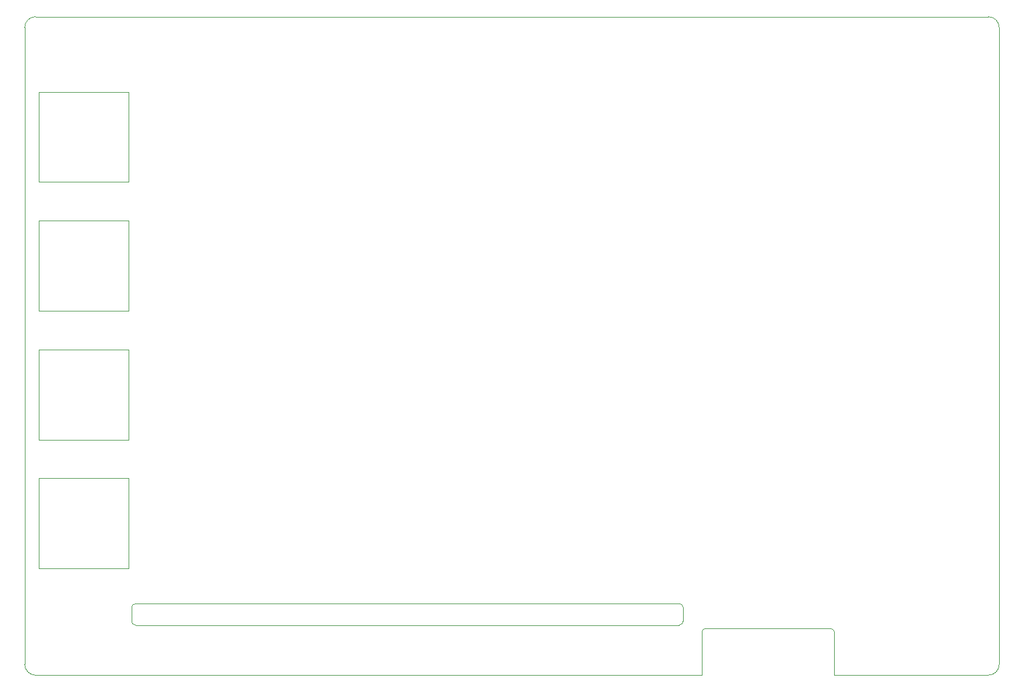
<source format=gm1>
%TF.GenerationSoftware,KiCad,Pcbnew,9.0.5-9.0.5~ubuntu24.04.1*%
%TF.CreationDate,2025-10-11T09:36:08+02:00*%
%TF.ProjectId,BB3plus DVID TFT display,42423370-6c75-4732-9044-564944205446,r1B1*%
%TF.SameCoordinates,Original*%
%TF.FileFunction,Profile,NP*%
%FSLAX46Y46*%
G04 Gerber Fmt 4.6, Leading zero omitted, Abs format (unit mm)*
G04 Created by KiCad (PCBNEW 9.0.5-9.0.5~ubuntu24.04.1) date 2025-10-11 09:36:08*
%MOMM*%
%LPD*%
G01*
G04 APERTURE LIST*
%TA.AperFunction,Profile*%
%ADD10C,0.100000*%
%TD*%
G04 APERTURE END LIST*
D10*
X87000000Y-60000000D02*
X99500000Y-60000000D01*
X99500000Y-72600000D01*
X87000000Y-72600000D01*
X87000000Y-60000000D01*
X87000000Y-114000000D02*
X99500000Y-114000000D01*
X99500000Y-126600000D01*
X87000000Y-126600000D01*
X87000000Y-114000000D01*
X99906586Y-132081586D02*
G75*
G02*
X100481586Y-131506586I575014J-14D01*
G01*
X221000000Y-140000000D02*
X221000000Y-51000000D01*
X179500000Y-135500000D02*
G75*
G02*
X180000000Y-135000000I500000J0D01*
G01*
X179500000Y-141500000D02*
X179500000Y-135500000D01*
X180000000Y-135000000D02*
X197500000Y-135000000D01*
X176898414Y-133925000D02*
G75*
G02*
X176323414Y-134500014I-575014J0D01*
G01*
X85000000Y-51000000D02*
G75*
G02*
X86499997Y-49500000I1500000J0D01*
G01*
X176900000Y-132075000D02*
X176900000Y-133925000D01*
X85000000Y-140000000D02*
X85000000Y-51000000D01*
X86500000Y-49500000D02*
X219500000Y-49500000D01*
X221000000Y-140000000D02*
G75*
G02*
X219500003Y-141500000I-1500000J0D01*
G01*
X198000000Y-141500000D02*
X219500000Y-141500000D01*
X99906586Y-133931586D02*
X99906586Y-132081586D01*
X197500000Y-135000000D02*
G75*
G02*
X198000000Y-135500000I0J-500000D01*
G01*
X87000000Y-96000000D02*
X99500000Y-96000000D01*
X99500000Y-108600000D01*
X87000000Y-108600000D01*
X87000000Y-96000000D01*
X86500000Y-141500000D02*
X179500000Y-141500000D01*
X86500000Y-141500000D02*
G75*
G02*
X85000000Y-140000003I0J1500000D01*
G01*
X100481586Y-134506586D02*
G75*
G02*
X99906614Y-133931586I14J574986D01*
G01*
X176325000Y-134500000D02*
X100481586Y-134506586D01*
X100481587Y-131506587D02*
X176325000Y-131500000D01*
X198000000Y-135500000D02*
X198000000Y-141500000D01*
X219500041Y-49500003D02*
G75*
G02*
X221000097Y-51000000I-41J-1500097D01*
G01*
X87000000Y-78000000D02*
X99500000Y-78000000D01*
X99500000Y-90600000D01*
X87000000Y-90600000D01*
X87000000Y-78000000D01*
X176323414Y-131500000D02*
G75*
G02*
X176898400Y-132075000I-14J-575000D01*
G01*
M02*

</source>
